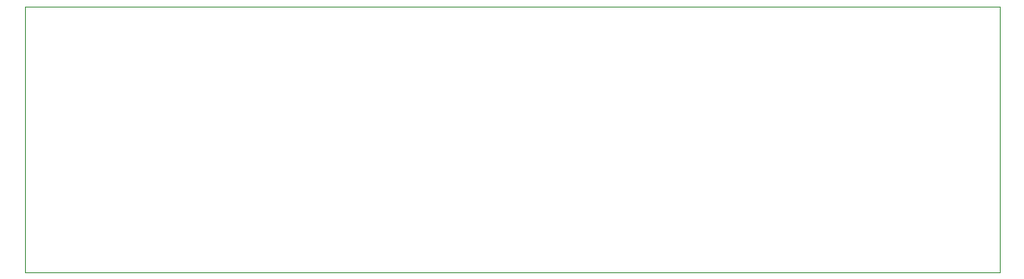
<source format=gbr>
%TF.GenerationSoftware,KiCad,Pcbnew,(5.1.10-1-10_14)*%
%TF.CreationDate,2022-02-01T15:02:41+11:00*%
%TF.ProjectId,EDUC-8 Crowbar,45445543-2d38-4204-9372-6f776261722e,rev?*%
%TF.SameCoordinates,Original*%
%TF.FileFunction,Profile,NP*%
%FSLAX46Y46*%
G04 Gerber Fmt 4.6, Leading zero omitted, Abs format (unit mm)*
G04 Created by KiCad (PCBNEW (5.1.10-1-10_14)) date 2022-02-01 15:02:41*
%MOMM*%
%LPD*%
G01*
G04 APERTURE LIST*
%TA.AperFunction,Profile*%
%ADD10C,0.050000*%
%TD*%
G04 APERTURE END LIST*
D10*
X194000000Y-105000000D02*
X95000000Y-105000000D01*
X95000000Y-105000000D02*
X95000000Y-132000000D01*
X194000000Y-132000000D02*
X194000000Y-105000000D01*
X95000000Y-132000000D02*
X194000000Y-132000000D01*
M02*

</source>
